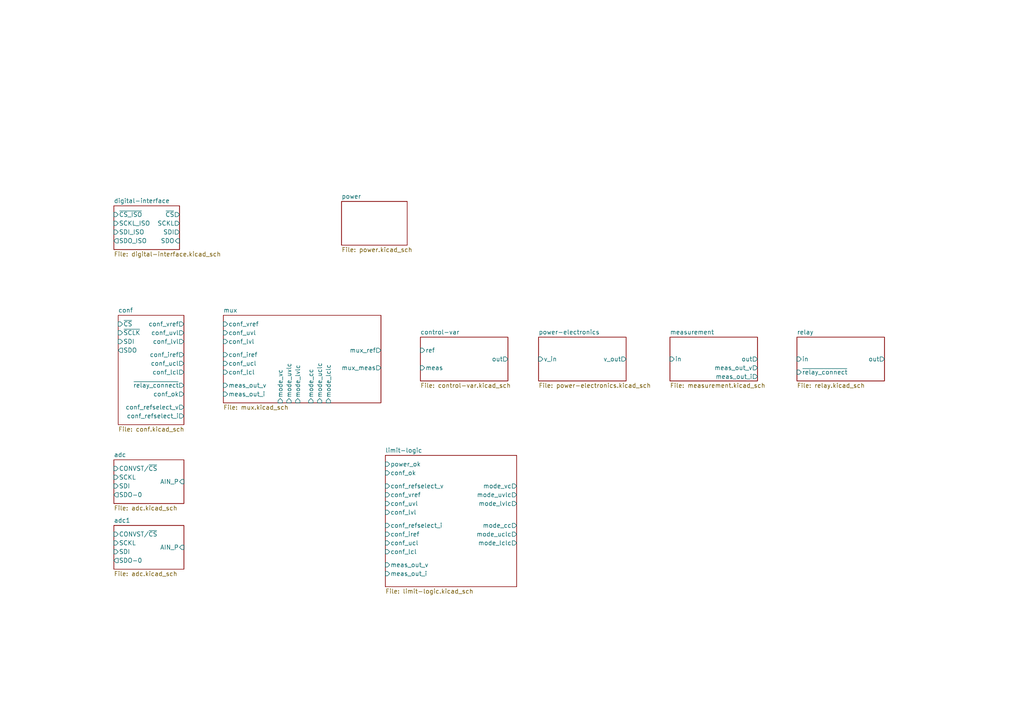
<source format=kicad_sch>
(kicad_sch
	(version 20231120)
	(generator "eeschema")
	(generator_version "8.0")
	(uuid "3c438cf7-9350-4e9f-8115-1deba8984176")
	(paper "A4")
	(title_block
		(title "Power Supply Sink")
		(date "2024-11-29")
		(rev "0.9.1")
		(company "Open Battery Tester")
		(comment 1 "Overview")
	)
	(lib_symbols)
	(sheet
		(at 33.02 59.69)
		(size 19.05 12.7)
		(fields_autoplaced yes)
		(stroke
			(width 0.1524)
			(type solid)
		)
		(fill
			(color 0 0 0 0.0000)
		)
		(uuid "07c1abbb-a625-4c44-bef8-8e7c07c13d28")
		(property "Sheetname" "digital-interface"
			(at 33.02 58.9784 0)
			(effects
				(font
					(size 1.27 1.27)
				)
				(justify left bottom)
			)
		)
		(property "Sheetfile" "digital-interface.kicad_sch"
			(at 33.02 72.9746 0)
			(effects
				(font
					(size 1.27 1.27)
				)
				(justify left top)
			)
		)
		(pin "SDI_ISO" input
			(at 33.02 67.31 180)
			(effects
				(font
					(size 1.27 1.27)
				)
				(justify left)
			)
			(uuid "02fc88d7-2514-4ca5-93b4-0c491577606d")
		)
		(pin "SDO_ISO" output
			(at 33.02 69.85 180)
			(effects
				(font
					(size 1.27 1.27)
				)
				(justify left)
			)
			(uuid "b5426cc8-9d4f-49d1-aa44-ae6ecf2ae1c9")
		)
		(pin "SCKL" output
			(at 52.07 64.77 0)
			(effects
				(font
					(size 1.27 1.27)
				)
				(justify right)
			)
			(uuid "8b25e4ed-293c-418f-8adb-3e0eaa3572a8")
		)
		(pin "~{CS}" output
			(at 52.07 62.23 0)
			(effects
				(font
					(size 1.27 1.27)
				)
				(justify right)
			)
			(uuid "6dce70ec-e7f1-4e1c-830d-487e6cb536fd")
		)
		(pin "SDI" output
			(at 52.07 67.31 0)
			(effects
				(font
					(size 1.27 1.27)
				)
				(justify right)
			)
			(uuid "bd5e233a-0cd1-4215-abed-8159ab8badc4")
		)
		(pin "SDO" input
			(at 52.07 69.85 0)
			(effects
				(font
					(size 1.27 1.27)
				)
				(justify right)
			)
			(uuid "400cdde4-dbca-4bd9-82d9-eb9e3c19ea36")
		)
		(pin "~{CS_ISO}" input
			(at 33.02 62.23 180)
			(effects
				(font
					(size 1.27 1.27)
				)
				(justify left)
			)
			(uuid "a7efb8fc-796d-4e1f-a1e6-25554fcd028b")
		)
		(pin "SCKL_ISO" input
			(at 33.02 64.77 180)
			(effects
				(font
					(size 1.27 1.27)
				)
				(justify left)
			)
			(uuid "3414707a-538c-4b92-94c0-1663ef0d374d")
		)
		(instances
			(project "pss"
				(path "/3c438cf7-9350-4e9f-8115-1deba8984176"
					(page "32")
				)
			)
		)
	)
	(sheet
		(at 231.14 97.79)
		(size 25.4 12.7)
		(fields_autoplaced yes)
		(stroke
			(width 0.1524)
			(type solid)
		)
		(fill
			(color 0 0 0 0.0000)
		)
		(uuid "20918679-4743-4169-a60e-19637ed5d643")
		(property "Sheetname" "relay"
			(at 231.14 97.0784 0)
			(effects
				(font
					(size 1.27 1.27)
				)
				(justify left bottom)
			)
		)
		(property "Sheetfile" "relay.kicad_sch"
			(at 231.14 111.0746 0)
			(effects
				(font
					(size 1.27 1.27)
				)
				(justify left top)
			)
		)
		(pin "in" input
			(at 231.14 104.14 180)
			(effects
				(font
					(size 1.27 1.27)
				)
				(justify left)
			)
			(uuid "fa1855b8-1ca0-4afc-9294-57ff1d06424a")
		)
		(pin "out" output
			(at 256.54 104.14 0)
			(effects
				(font
					(size 1.27 1.27)
				)
				(justify right)
			)
			(uuid "dfec761d-2dba-47a2-af8c-3c2d65181b41")
		)
		(pin "~{relay_connect}" input
			(at 231.14 107.95 180)
			(effects
				(font
					(size 1.27 1.27)
				)
				(justify left)
			)
			(uuid "54dc3e4b-b846-4725-951b-dcf5bae0f78e")
		)
		(instances
			(project "pss"
				(path "/3c438cf7-9350-4e9f-8115-1deba8984176"
					(page "27")
				)
			)
		)
	)
	(sheet
		(at 33.02 133.35)
		(size 20.32 12.7)
		(fields_autoplaced yes)
		(stroke
			(width 0.1524)
			(type solid)
		)
		(fill
			(color 0 0 0 0.0000)
		)
		(uuid "2c843779-6372-445d-93a0-61df61e4217d")
		(property "Sheetname" "adc"
			(at 33.02 132.6384 0)
			(effects
				(font
					(size 1.27 1.27)
				)
				(justify left bottom)
			)
		)
		(property "Sheetfile" "adc.kicad_sch"
			(at 33.02 146.6346 0)
			(effects
				(font
					(size 1.27 1.27)
				)
				(justify left top)
			)
		)
		(pin "AIN_P" input
			(at 53.34 139.7 0)
			(effects
				(font
					(size 1.27 1.27)
				)
				(justify right)
			)
			(uuid "c5d11b1d-9f52-4b47-807c-e7a5ac56434c")
		)
		(pin "SDO-0" output
			(at 33.02 143.51 180)
			(effects
				(font
					(size 1.27 1.27)
				)
				(justify left)
			)
			(uuid "e97b7b65-17b3-486b-b425-380f6965d528")
		)
		(pin "SDI" input
			(at 33.02 140.97 180)
			(effects
				(font
					(size 1.27 1.27)
				)
				(justify left)
			)
			(uuid "4cc39303-745c-42b4-b8aa-04cce2312109")
		)
		(pin "SCKL" input
			(at 33.02 138.43 180)
			(effects
				(font
					(size 1.27 1.27)
				)
				(justify left)
			)
			(uuid "9bdf93dc-2097-4f6f-b69c-49daf4923fcc")
		)
		(pin "CONVST{slash}~{CS}" input
			(at 33.02 135.89 180)
			(effects
				(font
					(size 1.27 1.27)
				)
				(justify left)
			)
			(uuid "eac69555-54d6-4430-bf87-b0490428055f")
		)
		(instances
			(project "pss"
				(path "/3c438cf7-9350-4e9f-8115-1deba8984176"
					(page "16")
				)
			)
		)
	)
	(sheet
		(at 156.21 97.79)
		(size 25.4 12.7)
		(fields_autoplaced yes)
		(stroke
			(width 0.1524)
			(type solid)
		)
		(fill
			(color 0 0 0 0.0000)
		)
		(uuid "2f3feae7-a9ea-4cb9-8521-c9b88e99d2e7")
		(property "Sheetname" "power-electronics"
			(at 156.21 97.0784 0)
			(effects
				(font
					(size 1.27 1.27)
				)
				(justify left bottom)
			)
		)
		(property "Sheetfile" "power-electronics.kicad_sch"
			(at 156.21 111.0746 0)
			(effects
				(font
					(size 1.27 1.27)
				)
				(justify left top)
			)
		)
		(pin "v_in" input
			(at 156.21 104.14 180)
			(effects
				(font
					(size 1.27 1.27)
				)
				(justify left)
			)
			(uuid "333be2de-ae5a-45a9-b021-3a3ac320ade7")
		)
		(pin "v_out" output
			(at 181.61 104.14 0)
			(effects
				(font
					(size 1.27 1.27)
				)
				(justify right)
			)
			(uuid "8edeb3f8-c5e3-497f-b22e-65d581798347")
		)
		(instances
			(project "pss"
				(path "/3c438cf7-9350-4e9f-8115-1deba8984176"
					(page "20")
				)
			)
		)
	)
	(sheet
		(at 99.06 58.42)
		(size 19.05 12.7)
		(fields_autoplaced yes)
		(stroke
			(width 0.1524)
			(type solid)
		)
		(fill
			(color 0 0 0 0.0000)
		)
		(uuid "47b904fe-7b48-475f-afcd-ec09dce08719")
		(property "Sheetname" "power"
			(at 99.06 57.7084 0)
			(effects
				(font
					(size 1.27 1.27)
				)
				(justify left bottom)
			)
		)
		(property "Sheetfile" "power.kicad_sch"
			(at 99.06 71.7046 0)
			(effects
				(font
					(size 1.27 1.27)
				)
				(justify left top)
			)
		)
		(instances
			(project "pss"
				(path "/3c438cf7-9350-4e9f-8115-1deba8984176"
					(page "33")
				)
			)
		)
	)
	(sheet
		(at 111.76 132.08)
		(size 38.1 38.1)
		(fields_autoplaced yes)
		(stroke
			(width 0.1524)
			(type solid)
		)
		(fill
			(color 0 0 0 0.0000)
		)
		(uuid "50b9fa8c-588a-4f7c-8a85-883889c8b2d1")
		(property "Sheetname" "limit-logic"
			(at 111.76 131.3684 0)
			(effects
				(font
					(size 1.27 1.27)
				)
				(justify left bottom)
			)
		)
		(property "Sheetfile" "limit-logic.kicad_sch"
			(at 111.76 170.7646 0)
			(effects
				(font
					(size 1.27 1.27)
				)
				(justify left top)
			)
		)
		(pin "meas_out_i" input
			(at 111.76 166.37 180)
			(effects
				(font
					(size 1.27 1.27)
				)
				(justify left)
			)
			(uuid "cec7d006-d337-485f-99d8-2a750315d10f")
		)
		(pin "conf_lvl" input
			(at 111.76 148.59 180)
			(effects
				(font
					(size 1.27 1.27)
				)
				(justify left)
			)
			(uuid "06c333fc-fd53-406b-b33e-97658508ebeb")
		)
		(pin "meas_out_v" input
			(at 111.76 163.83 180)
			(effects
				(font
					(size 1.27 1.27)
				)
				(justify left)
			)
			(uuid "05ec465f-7288-4cfe-869e-413552b34e45")
		)
		(pin "conf_uvl" input
			(at 111.76 146.05 180)
			(effects
				(font
					(size 1.27 1.27)
				)
				(justify left)
			)
			(uuid "11f0b592-6b23-4e4b-ad8f-abc672b38fdc")
		)
		(pin "power_ok" input
			(at 111.76 134.62 180)
			(effects
				(font
					(size 1.27 1.27)
				)
				(justify left)
			)
			(uuid "53b6b2c6-8033-4241-912a-c4c65af05899")
		)
		(pin "conf_ok" input
			(at 111.76 137.16 180)
			(effects
				(font
					(size 1.27 1.27)
				)
				(justify left)
			)
			(uuid "0b516e3d-038c-4013-8ed0-999dd98951bf")
		)
		(pin "conf_vref" input
			(at 111.76 143.51 180)
			(effects
				(font
					(size 1.27 1.27)
				)
				(justify left)
			)
			(uuid "937ffe5d-fb41-4f70-942c-5244e2139167")
		)
		(pin "conf_iref" input
			(at 111.76 154.94 180)
			(effects
				(font
					(size 1.27 1.27)
				)
				(justify left)
			)
			(uuid "c9bc92b0-f24b-4d70-9db3-fcec66f3fdb6")
		)
		(pin "conf_lcl" input
			(at 111.76 160.02 180)
			(effects
				(font
					(size 1.27 1.27)
				)
				(justify left)
			)
			(uuid "fb90a8ba-5fcf-4e6d-9cf9-847b365f6e2c")
		)
		(pin "conf_ucl" input
			(at 111.76 157.48 180)
			(effects
				(font
					(size 1.27 1.27)
				)
				(justify left)
			)
			(uuid "c8ef19f2-e717-4f7e-bd13-8ff4c387771c")
		)
		(pin "conf_refselect_v" input
			(at 111.76 140.97 180)
			(effects
				(font
					(size 1.27 1.27)
				)
				(justify left)
			)
			(uuid "24aa1f34-4a2d-47b9-ba5c-45266ea4772f")
		)
		(pin "conf_refselect_i" input
			(at 111.76 152.4 180)
			(effects
				(font
					(size 1.27 1.27)
				)
				(justify left)
			)
			(uuid "505c36af-0c98-4fc6-9e93-8acdb6ca85cb")
		)
		(pin "mode_lclc" output
			(at 149.86 157.48 0)
			(effects
				(font
					(size 1.27 1.27)
				)
				(justify right)
			)
			(uuid "28d2ab99-335e-4f87-ae18-7a7ee8c02aa1")
		)
		(pin "mode_vc" output
			(at 149.86 140.97 0)
			(effects
				(font
					(size 1.27 1.27)
				)
				(justify right)
			)
			(uuid "9afd4213-ec82-45a2-9d8a-c8a2ba73f51e")
		)
		(pin "mode_uclc" output
			(at 149.86 154.94 0)
			(effects
				(font
					(size 1.27 1.27)
				)
				(justify right)
			)
			(uuid "d3cd1402-739d-44a5-86ab-44c785a10a4e")
		)
		(pin "mode_uvlc" output
			(at 149.86 143.51 0)
			(effects
				(font
					(size 1.27 1.27)
				)
				(justify right)
			)
			(uuid "7c7682e9-5400-441f-9b03-416a8a2fbcec")
		)
		(pin "mode_lvlc" output
			(at 149.86 146.05 0)
			(effects
				(font
					(size 1.27 1.27)
				)
				(justify right)
			)
			(uuid "9ed2c26a-1350-4f36-94c5-11001da356c8")
		)
		(pin "mode_cc" output
			(at 149.86 152.4 0)
			(effects
				(font
					(size 1.27 1.27)
				)
				(justify right)
			)
			(uuid "6245e702-c0ae-4232-ab9b-86e0b58f01bf")
		)
		(instances
			(project "pss"
				(path "/3c438cf7-9350-4e9f-8115-1deba8984176"
					(page "17")
				)
			)
		)
	)
	(sheet
		(at 121.92 97.79)
		(size 25.4 12.7)
		(fields_autoplaced yes)
		(stroke
			(width 0.1524)
			(type solid)
		)
		(fill
			(color 0 0 0 0.0000)
		)
		(uuid "9583a5be-aa47-498c-925d-8eb6a3aa0d01")
		(property "Sheetname" "control-var"
			(at 121.92 97.0784 0)
			(effects
				(font
					(size 1.27 1.27)
				)
				(justify left bottom)
			)
		)
		(property "Sheetfile" "control-var.kicad_sch"
			(at 121.92 111.0746 0)
			(effects
				(font
					(size 1.27 1.27)
				)
				(justify left top)
			)
		)
		(pin "ref" input
			(at 121.92 101.6 180)
			(effects
				(font
					(size 1.27 1.27)
				)
				(justify left)
			)
			(uuid "cdca74ac-b71d-4199-87c9-a6c82176b26e")
		)
		(pin "meas" input
			(at 121.92 106.68 180)
			(effects
				(font
					(size 1.27 1.27)
				)
				(justify left)
			)
			(uuid "cdb7dbc0-a561-49f8-a2a2-0091aa64dd57")
		)
		(pin "out" output
			(at 147.32 104.14 0)
			(effects
				(font
					(size 1.27 1.27)
				)
				(justify right)
			)
			(uuid "82d1e80e-6202-47b6-94fc-56b3af00a672")
		)
		(instances
			(project "pss"
				(path "/3c438cf7-9350-4e9f-8115-1deba8984176"
					(page "28")
				)
			)
		)
	)
	(sheet
		(at 194.31 97.79)
		(size 25.4 12.7)
		(fields_autoplaced yes)
		(stroke
			(width 0.1524)
			(type solid)
		)
		(fill
			(color 0 0 0 0.0000)
		)
		(uuid "d3bf8153-c190-4dc7-8124-72a5a17990b7")
		(property "Sheetname" "measurement"
			(at 194.31 97.0784 0)
			(effects
				(font
					(size 1.27 1.27)
				)
				(justify left bottom)
			)
		)
		(property "Sheetfile" "measurement.kicad_sch"
			(at 194.31 111.0746 0)
			(effects
				(font
					(size 1.27 1.27)
				)
				(justify left top)
			)
		)
		(pin "meas_out_v" output
			(at 219.71 106.68 0)
			(effects
				(font
					(size 1.27 1.27)
				)
				(justify right)
			)
			(uuid "ff4510de-424b-4435-a332-9086758719b8")
		)
		(pin "meas_out_i" output
			(at 219.71 109.22 0)
			(effects
				(font
					(size 1.27 1.27)
				)
				(justify right)
			)
			(uuid "c132b129-44f9-4476-866a-20e2bea7df75")
		)
		(pin "in" input
			(at 194.31 104.14 180)
			(effects
				(font
					(size 1.27 1.27)
				)
				(justify left)
			)
			(uuid "7eef7109-9953-46fa-b794-207508b87eac")
		)
		(pin "out" output
			(at 219.71 104.14 0)
			(effects
				(font
					(size 1.27 1.27)
				)
				(justify right)
			)
			(uuid "307995ef-79ca-4b28-8005-beeb1908db7b")
		)
		(instances
			(project "pss"
				(path "/3c438cf7-9350-4e9f-8115-1deba8984176"
					(page "26")
				)
			)
		)
	)
	(sheet
		(at 64.77 91.44)
		(size 45.72 25.4)
		(fields_autoplaced yes)
		(stroke
			(width 0.1524)
			(type solid)
		)
		(fill
			(color 0 0 0 0.0000)
		)
		(uuid "edd130f8-6d8c-4786-9c45-2e5306ef5419")
		(property "Sheetname" "mux"
			(at 64.77 90.7284 0)
			(effects
				(font
					(size 1.27 1.27)
				)
				(justify left bottom)
			)
		)
		(property "Sheetfile" "mux.kicad_sch"
			(at 64.77 117.4246 0)
			(effects
				(font
					(size 1.27 1.27)
				)
				(justify left top)
			)
		)
		(pin "meas_out_i" input
			(at 64.77 114.3 180)
			(effects
				(font
					(size 1.27 1.27)
				)
				(justify left)
			)
			(uuid "aad63e61-c66f-4318-8178-62b5b1e32946")
		)
		(pin "conf_uvl" input
			(at 64.77 96.52 180)
			(effects
				(font
					(size 1.27 1.27)
				)
				(justify left)
			)
			(uuid "373d3a3a-3d31-40d6-a569-4280a92c0a2d")
		)
		(pin "meas_out_v" input
			(at 64.77 111.76 180)
			(effects
				(font
					(size 1.27 1.27)
				)
				(justify left)
			)
			(uuid "40f7c364-682d-449a-b722-a15b69491c0a")
		)
		(pin "conf_ucl" input
			(at 64.77 105.41 180)
			(effects
				(font
					(size 1.27 1.27)
				)
				(justify left)
			)
			(uuid "36ed225c-faff-4a8c-9005-ae9d6f9c4484")
		)
		(pin "conf_lvl" input
			(at 64.77 99.06 180)
			(effects
				(font
					(size 1.27 1.27)
				)
				(justify left)
			)
			(uuid "cbb388fe-ec0c-41a9-84fd-873c82b63e55")
		)
		(pin "mode_lvlc" input
			(at 86.36 116.84 270)
			(effects
				(font
					(size 1.27 1.27)
				)
				(justify left)
			)
			(uuid "558a28a5-96ea-4d3d-b982-b7360eff5239")
		)
		(pin "mode_cc" input
			(at 90.17 116.84 270)
			(effects
				(font
					(size 1.27 1.27)
				)
				(justify left)
			)
			(uuid "19af6df6-82cb-418b-b250-479ebc8a9a68")
		)
		(pin "mode_lclc" input
			(at 95.25 116.84 270)
			(effects
				(font
					(size 1.27 1.27)
				)
				(justify left)
			)
			(uuid "b143f123-93c3-44f5-8059-e95f50ce6522")
		)
		(pin "mode_uclc" input
			(at 92.71 116.84 270)
			(effects
				(font
					(size 1.27 1.27)
				)
				(justify left)
			)
			(uuid "20b7738c-d526-4303-ad0d-d04381651d93")
		)
		(pin "mode_uvlc" input
			(at 83.82 116.84 270)
			(effects
				(font
					(size 1.27 1.27)
				)
				(justify left)
			)
			(uuid "6f3772b6-3111-4315-b357-ddf85010c1e7")
		)
		(pin "mode_vc" input
			(at 81.28 116.84 270)
			(effects
				(font
					(size 1.27 1.27)
				)
				(justify left)
			)
			(uuid "8a355fad-27a3-4ac1-b306-73bc6b2599e9")
		)
		(pin "conf_iref" input
			(at 64.77 102.87 180)
			(effects
				(font
					(size 1.27 1.27)
				)
				(justify left)
			)
			(uuid "4c1d92f5-e873-46fc-a6ec-b79b8694bc58")
		)
		(pin "conf_vref" input
			(at 64.77 93.98 180)
			(effects
				(font
					(size 1.27 1.27)
				)
				(justify left)
			)
			(uuid "1de37332-4ccf-443f-a748-fada82730022")
		)
		(pin "conf_lcl" input
			(at 64.77 107.95 180)
			(effects
				(font
					(size 1.27 1.27)
				)
				(justify left)
			)
			(uuid "393ece75-3a14-4c47-b781-12f14372c8ab")
		)
		(pin "mux_meas" output
			(at 110.49 106.68 0)
			(effects
				(font
					(size 1.27 1.27)
				)
				(justify right)
			)
			(uuid "d645abd0-f0b7-493f-9f51-5bfa14ad671f")
		)
		(pin "mux_ref" output
			(at 110.49 101.6 0)
			(effects
				(font
					(size 1.27 1.27)
				)
				(justify right)
			)
			(uuid "79ede5dd-a20c-4204-b6de-233713fcc677")
		)
		(instances
			(project "pss"
				(path "/3c438cf7-9350-4e9f-8115-1deba8984176"
					(page "25")
				)
			)
		)
	)
	(sheet
		(at 34.29 91.44)
		(size 19.05 31.75)
		(fields_autoplaced yes)
		(stroke
			(width 0.1524)
			(type solid)
		)
		(fill
			(color 0 0 0 0.0000)
		)
		(uuid "f75e51d2-5460-438c-a342-b8538fe1bc28")
		(property "Sheetname" "conf"
			(at 34.29 90.7284 0)
			(effects
				(font
					(size 1.27 1.27)
				)
				(justify left bottom)
			)
		)
		(property "Sheetfile" "conf.kicad_sch"
			(at 34.29 123.7746 0)
			(effects
				(font
					(size 1.27 1.27)
				)
				(justify left top)
			)
		)
		(pin "SDO" output
			(at 34.29 101.6 180)
			(effects
				(font
					(size 1.27 1.27)
				)
				(justify left)
			)
			(uuid "91b267c8-8787-45a0-8bae-0aa54be1035b")
		)
		(pin "~{SCLK}" input
			(at 34.29 96.52 180)
			(effects
				(font
					(size 1.27 1.27)
				)
				(justify left)
			)
			(uuid "29d77353-9825-413b-82a0-37c7b70c2ed9")
		)
		(pin "SDI" input
			(at 34.29 99.06 180)
			(effects
				(font
					(size 1.27 1.27)
				)
				(justify left)
			)
			(uuid "3b8ff5b0-6738-4d5f-b538-f2eade5b45e2")
		)
		(pin "~{CS}" input
			(at 34.29 93.98 180)
			(effects
				(font
					(size 1.27 1.27)
				)
				(justify left)
			)
			(uuid "d3d850eb-6910-45a5-a278-d59941b20fa5")
		)
		(pin "conf_ok" output
			(at 53.34 114.3 0)
			(effects
				(font
					(size 1.27 1.27)
				)
				(justify right)
			)
			(uuid "813ac2c0-3293-4318-a5ba-5b383dd1a4d3")
		)
		(pin "~{relay_connect}" output
			(at 53.34 111.76 0)
			(effects
				(font
					(size 1.27 1.27)
				)
				(justify right)
			)
			(uuid "a849d21a-2ad5-497c-b8ed-85573285b431")
		)
		(pin "conf_lvl" output
			(at 53.34 99.06 0)
			(effects
				(font
					(size 1.27 1.27)
				)
				(justify right)
			)
			(uuid "5c185e1f-cd43-42b4-a7e8-64534dc8bf33")
		)
		(pin "conf_ucl" output
			(at 53.34 105.41 0)
			(effects
				(font
					(size 1.27 1.27)
				)
				(justify right)
			)
			(uuid "29f0c80b-c72e-4910-96bf-83a5a3d646ee")
		)
		(pin "conf_lcl" output
			(at 53.34 107.95 0)
			(effects
				(font
					(size 1.27 1.27)
				)
				(justify right)
			)
			(uuid "1a730433-c476-4006-9169-f6fa1310b064")
		)
		(pin "conf_uvl" output
			(at 53.34 96.52 0)
			(effects
				(font
					(size 1.27 1.27)
				)
				(justify right)
			)
			(uuid "fc4afcda-ec33-429b-ab5d-efb7941d24e8")
		)
		(pin "conf_iref" output
			(at 53.34 102.87 0)
			(effects
				(font
					(size 1.27 1.27)
				)
				(justify right)
			)
			(uuid "653b0c3f-1baf-453e-89a5-e8d14d3d46f7")
		)
		(pin "conf_vref" output
			(at 53.34 93.98 0)
			(effects
				(font
					(size 1.27 1.27)
				)
				(justify right)
			)
			(uuid "d5c839b8-b693-467d-8d33-d78a72d18ec2")
		)
		(pin "conf_refselect_i" output
			(at 53.34 120.65 0)
			(effects
				(font
					(size 1.27 1.27)
				)
				(justify right)
			)
			(uuid "46e65c6b-78ee-4b8d-b372-d8079e3fc8ce")
		)
		(pin "conf_refselect_v" output
			(at 53.34 118.11 0)
			(effects
				(font
					(size 1.27 1.27)
				)
				(justify right)
			)
			(uuid "f382117e-2583-487a-8348-1c1bba94d9cb")
		)
		(instances
			(project "pss"
				(path "/3c438cf7-9350-4e9f-8115-1deba8984176"
					(page "29")
				)
			)
		)
	)
	(sheet
		(at 33.02 152.4)
		(size 20.32 12.7)
		(fields_autoplaced yes)
		(stroke
			(width 0.1524)
			(type solid)
		)
		(fill
			(color 0 0 0 0.0000)
		)
		(uuid "fe6e657f-8cbe-4801-b8df-4392026dbf94")
		(property "Sheetname" "adc1"
			(at 33.02 151.6884 0)
			(effects
				(font
					(size 1.27 1.27)
				)
				(justify left bottom)
			)
		)
		(property "Sheetfile" "adc.kicad_sch"
			(at 33.02 165.6846 0)
			(effects
				(font
					(size 1.27 1.27)
				)
				(justify left top)
			)
		)
		(pin "AIN_P" input
			(at 53.34 158.75 0)
			(effects
				(font
					(size 1.27 1.27)
				)
				(justify right)
			)
			(uuid "42c9dd6d-0c3a-4d09-927d-baa1ebcba0ad")
		)
		(pin "SDO-0" output
			(at 33.02 162.56 180)
			(effects
				(font
					(size 1.27 1.27)
				)
				(justify left)
			)
			(uuid "944e872e-d53d-4fc2-8b98-fd589e6ff8b6")
		)
		(pin "SDI" input
			(at 33.02 160.02 180)
			(effects
				(font
					(size 1.27 1.27)
				)
				(justify left)
			)
			(uuid "7eca7d10-de0d-45bb-a43e-e4b27571b908")
		)
		(pin "SCKL" input
			(at 33.02 157.48 180)
			(effects
				(font
					(size 1.27 1.27)
				)
				(justify left)
			)
			(uuid "d8566b9d-f4a6-4076-9475-983be571c811")
		)
		(pin "CONVST{slash}~{CS}" input
			(at 33.02 154.94 180)
			(effects
				(font
					(size 1.27 1.27)
				)
				(justify left)
			)
			(uuid "169241d4-a7ab-420d-9878-76105e272893")
		)
		(instances
			(project "pss"
				(path "/3c438cf7-9350-4e9f-8115-1deba8984176"
					(page "18")
				)
			)
		)
	)
	(sheet_instances
		(path "/"
			(page "1")
		)
	)
)

</source>
